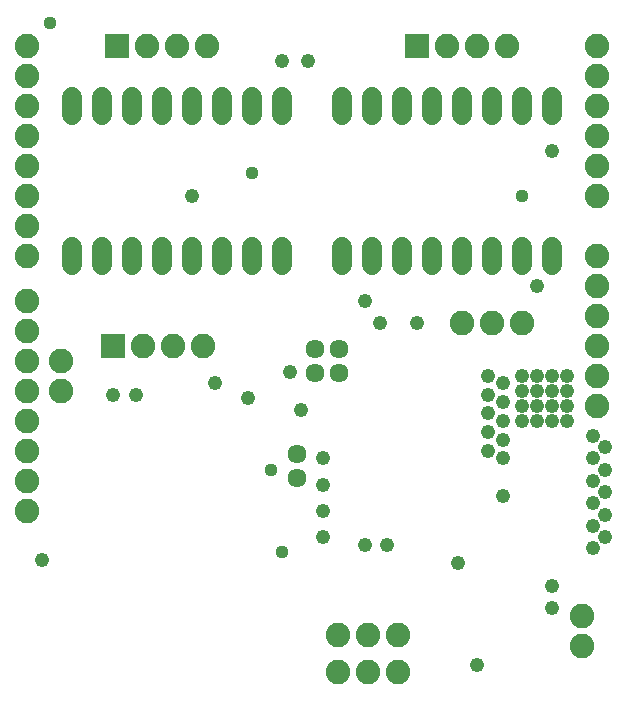
<source format=gbs>
G75*
%MOIN*%
%OFA0B0*%
%FSLAX25Y25*%
%IPPOS*%
%LPD*%
%AMOC8*
5,1,8,0,0,1.08239X$1,22.5*
%
%ADD10C,0.06800*%
%ADD11R,0.08200X0.08200*%
%ADD12C,0.08200*%
%ADD13C,0.06343*%
%ADD14C,0.04762*%
%ADD15C,0.04800*%
%ADD16C,0.04369*%
D10*
X0123000Y0210010D02*
X0123000Y0216010D01*
X0133000Y0216010D02*
X0133000Y0210010D01*
X0143000Y0210010D02*
X0143000Y0216010D01*
X0153000Y0216010D02*
X0153000Y0210010D01*
X0163000Y0210010D02*
X0163000Y0216010D01*
X0173000Y0216010D02*
X0173000Y0210010D01*
X0183000Y0210010D02*
X0183000Y0216010D01*
X0193000Y0216010D02*
X0193000Y0210010D01*
X0213000Y0210010D02*
X0213000Y0216010D01*
X0223000Y0216010D02*
X0223000Y0210010D01*
X0233000Y0210010D02*
X0233000Y0216010D01*
X0243000Y0216010D02*
X0243000Y0210010D01*
X0253000Y0210010D02*
X0253000Y0216010D01*
X0263000Y0216010D02*
X0263000Y0210010D01*
X0273000Y0210010D02*
X0273000Y0216010D01*
X0283000Y0216010D02*
X0283000Y0210010D01*
X0283000Y0260010D02*
X0283000Y0266010D01*
X0273000Y0266010D02*
X0273000Y0260010D01*
X0263000Y0260010D02*
X0263000Y0266010D01*
X0253000Y0266010D02*
X0253000Y0260010D01*
X0243000Y0260010D02*
X0243000Y0266010D01*
X0233000Y0266010D02*
X0233000Y0260010D01*
X0223000Y0260010D02*
X0223000Y0266010D01*
X0213000Y0266010D02*
X0213000Y0260010D01*
X0193000Y0260010D02*
X0193000Y0266010D01*
X0183000Y0266010D02*
X0183000Y0260010D01*
X0173000Y0260010D02*
X0173000Y0266010D01*
X0163000Y0266010D02*
X0163000Y0260010D01*
X0153000Y0260010D02*
X0153000Y0266010D01*
X0143000Y0266010D02*
X0143000Y0260010D01*
X0133000Y0260010D02*
X0133000Y0266010D01*
X0123000Y0266010D02*
X0123000Y0260010D01*
D11*
X0138000Y0283010D03*
X0238000Y0283010D03*
X0136750Y0183010D03*
D12*
X0146750Y0183010D03*
X0156750Y0183010D03*
X0166750Y0183010D03*
X0119250Y0178010D03*
X0119250Y0168010D03*
X0108000Y0168010D03*
X0108000Y0158010D03*
X0108000Y0148010D03*
X0108000Y0138010D03*
X0108000Y0128010D03*
X0108000Y0178010D03*
X0108000Y0188010D03*
X0108000Y0198010D03*
X0108000Y0213010D03*
X0108000Y0223010D03*
X0108000Y0233010D03*
X0108000Y0243010D03*
X0108000Y0253010D03*
X0108000Y0263010D03*
X0108000Y0273010D03*
X0108000Y0283010D03*
X0148000Y0283010D03*
X0158000Y0283010D03*
X0168000Y0283010D03*
X0248000Y0283010D03*
X0258000Y0283010D03*
X0268000Y0283010D03*
X0298000Y0283010D03*
X0298000Y0273010D03*
X0298000Y0263010D03*
X0298000Y0253010D03*
X0298000Y0243010D03*
X0298000Y0233010D03*
X0298000Y0213010D03*
X0298000Y0203010D03*
X0298000Y0193010D03*
X0298000Y0183010D03*
X0298000Y0173010D03*
X0298000Y0163010D03*
X0273000Y0190510D03*
X0263000Y0190510D03*
X0253000Y0190510D03*
X0293000Y0093010D03*
X0293000Y0083010D03*
X0231750Y0086760D03*
X0221750Y0086760D03*
X0211750Y0086760D03*
X0211750Y0074260D03*
X0221750Y0074260D03*
X0231750Y0074260D03*
D13*
X0198000Y0139073D03*
X0198000Y0146947D03*
X0204063Y0174073D03*
X0211937Y0174073D03*
X0211937Y0181947D03*
X0204063Y0181947D03*
D14*
X0113000Y0111760D03*
X0136750Y0166760D03*
X0144250Y0166760D03*
X0170500Y0170510D03*
X0181750Y0165510D03*
X0199250Y0161760D03*
X0206750Y0145510D03*
X0206750Y0136760D03*
X0206750Y0128010D03*
X0206750Y0119260D03*
X0220500Y0116760D03*
X0228000Y0116760D03*
X0251750Y0110510D03*
X0266750Y0133010D03*
X0266750Y0145510D03*
X0261750Y0148010D03*
X0261750Y0154260D03*
X0266750Y0151760D03*
X0266750Y0158010D03*
X0261750Y0160510D03*
X0266750Y0164260D03*
X0261750Y0166760D03*
X0261750Y0173010D03*
X0266750Y0170510D03*
X0273000Y0168010D03*
X0278000Y0168010D03*
X0278000Y0163010D03*
X0278000Y0158010D03*
X0273000Y0158010D03*
X0273000Y0163010D03*
X0283000Y0163010D03*
X0283000Y0158010D03*
X0288000Y0158010D03*
X0288000Y0163010D03*
X0288000Y0168010D03*
X0283000Y0168010D03*
X0283000Y0173010D03*
X0288000Y0173010D03*
X0278000Y0173010D03*
X0273000Y0173010D03*
X0296750Y0153010D03*
X0300500Y0149260D03*
X0296750Y0145510D03*
X0300500Y0141760D03*
X0296750Y0138010D03*
X0300500Y0134260D03*
X0296750Y0130510D03*
X0300500Y0126760D03*
X0296750Y0123010D03*
X0300500Y0119260D03*
X0296750Y0115510D03*
X0283000Y0103010D03*
X0283000Y0095510D03*
X0258000Y0076760D03*
X0238000Y0190510D03*
X0225500Y0190510D03*
X0278000Y0203010D03*
X0283000Y0248010D03*
X0201750Y0278010D03*
X0193000Y0278010D03*
D15*
X0163000Y0233010D03*
X0220500Y0198010D03*
X0195500Y0174260D03*
D16*
X0189250Y0141760D03*
X0193000Y0114260D03*
X0273000Y0233010D03*
X0183000Y0240510D03*
X0115500Y0290510D03*
M02*

</source>
